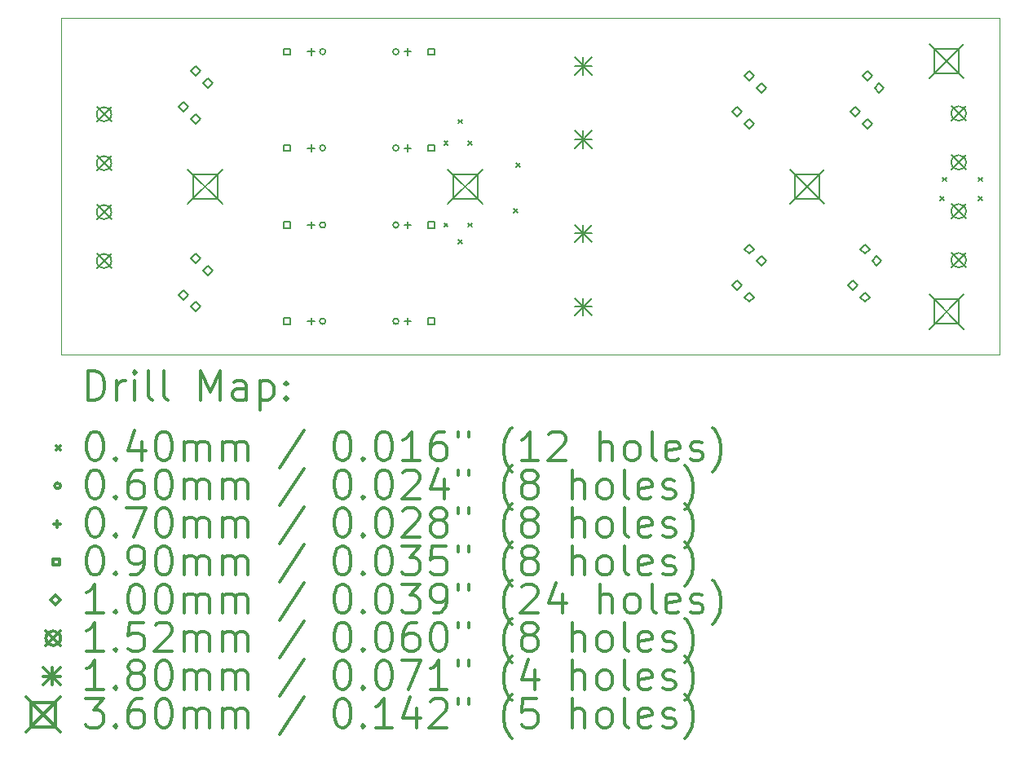
<source format=gbr>
%FSLAX45Y45*%
G04 Gerber Fmt 4.5, Leading zero omitted, Abs format (unit mm)*
G04 Created by KiCad (PCBNEW (5.1.4)-1) date 2021-09-06 00:09:25*
%MOMM*%
%LPD*%
G04 APERTURE LIST*
%ADD10C,0.050000*%
%ADD11C,0.200000*%
%ADD12C,0.300000*%
G04 APERTURE END LIST*
D10*
X19000000Y-11500000D02*
X9250000Y-11500000D01*
X19000000Y-15000000D02*
X19000000Y-11500000D01*
X9250000Y-15000000D02*
X19000000Y-15000000D01*
X9250000Y-11500000D02*
X9250000Y-15000000D01*
D11*
X13230000Y-12780000D02*
X13270000Y-12820000D01*
X13270000Y-12780000D02*
X13230000Y-12820000D01*
X13230000Y-13630000D02*
X13270000Y-13670000D01*
X13270000Y-13630000D02*
X13230000Y-13670000D01*
X13380000Y-12555000D02*
X13420000Y-12595000D01*
X13420000Y-12555000D02*
X13380000Y-12595000D01*
X13380000Y-13805000D02*
X13420000Y-13845000D01*
X13420000Y-13805000D02*
X13380000Y-13845000D01*
X13480000Y-12780000D02*
X13520000Y-12820000D01*
X13520000Y-12780000D02*
X13480000Y-12820000D01*
X13480000Y-13630000D02*
X13520000Y-13670000D01*
X13520000Y-13630000D02*
X13480000Y-13670000D01*
X13955000Y-13480000D02*
X13995000Y-13520000D01*
X13995000Y-13480000D02*
X13955000Y-13520000D01*
X13980000Y-13005000D02*
X14020000Y-13045000D01*
X14020000Y-13005000D02*
X13980000Y-13045000D01*
X18380000Y-13355000D02*
X18420000Y-13395000D01*
X18420000Y-13355000D02*
X18380000Y-13395000D01*
X18405000Y-13155000D02*
X18445000Y-13195000D01*
X18445000Y-13155000D02*
X18405000Y-13195000D01*
X18780000Y-13155000D02*
X18820000Y-13195000D01*
X18820000Y-13155000D02*
X18780000Y-13195000D01*
X18780000Y-13355000D02*
X18820000Y-13395000D01*
X18820000Y-13355000D02*
X18780000Y-13395000D01*
X12000000Y-11850000D02*
G75*
G03X12000000Y-11850000I-30000J0D01*
G01*
X12000000Y-12850000D02*
G75*
G03X12000000Y-12850000I-30000J0D01*
G01*
X12760000Y-11850000D02*
G75*
G03X12760000Y-11850000I-30000J0D01*
G01*
X12760000Y-12850000D02*
G75*
G03X12760000Y-12850000I-30000J0D01*
G01*
X12000000Y-13650000D02*
G75*
G03X12000000Y-13650000I-30000J0D01*
G01*
X12000000Y-14650000D02*
G75*
G03X12000000Y-14650000I-30000J0D01*
G01*
X12760000Y-13650000D02*
G75*
G03X12760000Y-13650000I-30000J0D01*
G01*
X12760000Y-14650000D02*
G75*
G03X12760000Y-14650000I-30000J0D01*
G01*
X11850000Y-11815000D02*
X11850000Y-11885000D01*
X11815000Y-11850000D02*
X11885000Y-11850000D01*
X11850000Y-12815000D02*
X11850000Y-12885000D01*
X11815000Y-12850000D02*
X11885000Y-12850000D01*
X12850000Y-11815000D02*
X12850000Y-11885000D01*
X12815000Y-11850000D02*
X12885000Y-11850000D01*
X12850000Y-12815000D02*
X12850000Y-12885000D01*
X12815000Y-12850000D02*
X12885000Y-12850000D01*
X11850000Y-13615000D02*
X11850000Y-13685000D01*
X11815000Y-13650000D02*
X11885000Y-13650000D01*
X11850000Y-14615000D02*
X11850000Y-14685000D01*
X11815000Y-14650000D02*
X11885000Y-14650000D01*
X12850000Y-13615000D02*
X12850000Y-13685000D01*
X12815000Y-13650000D02*
X12885000Y-13650000D01*
X12850000Y-14615000D02*
X12850000Y-14685000D01*
X12815000Y-14650000D02*
X12885000Y-14650000D01*
X11631820Y-11881820D02*
X11631820Y-11818180D01*
X11568180Y-11818180D01*
X11568180Y-11881820D01*
X11631820Y-11881820D01*
X11631820Y-12881820D02*
X11631820Y-12818180D01*
X11568180Y-12818180D01*
X11568180Y-12881820D01*
X11631820Y-12881820D01*
X13131820Y-11881820D02*
X13131820Y-11818180D01*
X13068180Y-11818180D01*
X13068180Y-11881820D01*
X13131820Y-11881820D01*
X13131820Y-12881820D02*
X13131820Y-12818180D01*
X13068180Y-12818180D01*
X13068180Y-12881820D01*
X13131820Y-12881820D01*
X11631820Y-13681820D02*
X11631820Y-13618180D01*
X11568180Y-13618180D01*
X11568180Y-13681820D01*
X11631820Y-13681820D01*
X11631820Y-14681820D02*
X11631820Y-14618180D01*
X11568180Y-14618180D01*
X11568180Y-14681820D01*
X11631820Y-14681820D01*
X13131820Y-13681820D02*
X13131820Y-13618180D01*
X13068180Y-13618180D01*
X13068180Y-13681820D01*
X13131820Y-13681820D01*
X13131820Y-14681820D02*
X13131820Y-14618180D01*
X13068180Y-14618180D01*
X13068180Y-14681820D01*
X13131820Y-14681820D01*
X17475000Y-14325000D02*
X17525000Y-14275000D01*
X17475000Y-14225000D01*
X17425000Y-14275000D01*
X17475000Y-14325000D01*
X17600000Y-13950000D02*
X17650000Y-13900000D01*
X17600000Y-13850000D01*
X17550000Y-13900000D01*
X17600000Y-13950000D01*
X17600000Y-14450000D02*
X17650000Y-14400000D01*
X17600000Y-14350000D01*
X17550000Y-14400000D01*
X17600000Y-14450000D01*
X17725000Y-14075000D02*
X17775000Y-14025000D01*
X17725000Y-13975000D01*
X17675000Y-14025000D01*
X17725000Y-14075000D01*
X10525000Y-12475000D02*
X10575000Y-12425000D01*
X10525000Y-12375000D01*
X10475000Y-12425000D01*
X10525000Y-12475000D01*
X10650000Y-12100000D02*
X10700000Y-12050000D01*
X10650000Y-12000000D01*
X10600000Y-12050000D01*
X10650000Y-12100000D01*
X10650000Y-12600000D02*
X10700000Y-12550000D01*
X10650000Y-12500000D01*
X10600000Y-12550000D01*
X10650000Y-12600000D01*
X10775000Y-12225000D02*
X10825000Y-12175000D01*
X10775000Y-12125000D01*
X10725000Y-12175000D01*
X10775000Y-12225000D01*
X16275000Y-12525000D02*
X16325000Y-12475000D01*
X16275000Y-12425000D01*
X16225000Y-12475000D01*
X16275000Y-12525000D01*
X16400000Y-12150000D02*
X16450000Y-12100000D01*
X16400000Y-12050000D01*
X16350000Y-12100000D01*
X16400000Y-12150000D01*
X16400000Y-12650000D02*
X16450000Y-12600000D01*
X16400000Y-12550000D01*
X16350000Y-12600000D01*
X16400000Y-12650000D01*
X16525000Y-12275000D02*
X16575000Y-12225000D01*
X16525000Y-12175000D01*
X16475000Y-12225000D01*
X16525000Y-12275000D01*
X10525000Y-14425000D02*
X10575000Y-14375000D01*
X10525000Y-14325000D01*
X10475000Y-14375000D01*
X10525000Y-14425000D01*
X10650000Y-14050000D02*
X10700000Y-14000000D01*
X10650000Y-13950000D01*
X10600000Y-14000000D01*
X10650000Y-14050000D01*
X10650000Y-14550000D02*
X10700000Y-14500000D01*
X10650000Y-14450000D01*
X10600000Y-14500000D01*
X10650000Y-14550000D01*
X10775000Y-14175000D02*
X10825000Y-14125000D01*
X10775000Y-14075000D01*
X10725000Y-14125000D01*
X10775000Y-14175000D01*
X16275000Y-14325000D02*
X16325000Y-14275000D01*
X16275000Y-14225000D01*
X16225000Y-14275000D01*
X16275000Y-14325000D01*
X16400000Y-13950000D02*
X16450000Y-13900000D01*
X16400000Y-13850000D01*
X16350000Y-13900000D01*
X16400000Y-13950000D01*
X16400000Y-14450000D02*
X16450000Y-14400000D01*
X16400000Y-14350000D01*
X16350000Y-14400000D01*
X16400000Y-14450000D01*
X16525000Y-14075000D02*
X16575000Y-14025000D01*
X16525000Y-13975000D01*
X16475000Y-14025000D01*
X16525000Y-14075000D01*
X17500000Y-12525000D02*
X17550000Y-12475000D01*
X17500000Y-12425000D01*
X17450000Y-12475000D01*
X17500000Y-12525000D01*
X17625000Y-12150000D02*
X17675000Y-12100000D01*
X17625000Y-12050000D01*
X17575000Y-12100000D01*
X17625000Y-12150000D01*
X17625000Y-12650000D02*
X17675000Y-12600000D01*
X17625000Y-12550000D01*
X17575000Y-12600000D01*
X17625000Y-12650000D01*
X17750000Y-12275000D02*
X17800000Y-12225000D01*
X17750000Y-12175000D01*
X17700000Y-12225000D01*
X17750000Y-12275000D01*
X18499000Y-12416000D02*
X18651000Y-12568000D01*
X18651000Y-12416000D02*
X18499000Y-12568000D01*
X18651000Y-12492000D02*
G75*
G03X18651000Y-12492000I-76000J0D01*
G01*
X18499000Y-12924000D02*
X18651000Y-13076000D01*
X18651000Y-12924000D02*
X18499000Y-13076000D01*
X18651000Y-13000000D02*
G75*
G03X18651000Y-13000000I-76000J0D01*
G01*
X18499000Y-13432000D02*
X18651000Y-13584000D01*
X18651000Y-13432000D02*
X18499000Y-13584000D01*
X18651000Y-13508000D02*
G75*
G03X18651000Y-13508000I-76000J0D01*
G01*
X18499000Y-13940000D02*
X18651000Y-14092000D01*
X18651000Y-13940000D02*
X18499000Y-14092000D01*
X18651000Y-14016000D02*
G75*
G03X18651000Y-14016000I-76000J0D01*
G01*
X9624000Y-12424000D02*
X9776000Y-12576000D01*
X9776000Y-12424000D02*
X9624000Y-12576000D01*
X9776000Y-12500000D02*
G75*
G03X9776000Y-12500000I-76000J0D01*
G01*
X9624000Y-12932000D02*
X9776000Y-13084000D01*
X9776000Y-12932000D02*
X9624000Y-13084000D01*
X9776000Y-13008000D02*
G75*
G03X9776000Y-13008000I-76000J0D01*
G01*
X9624000Y-13440000D02*
X9776000Y-13592000D01*
X9776000Y-13440000D02*
X9624000Y-13592000D01*
X9776000Y-13516000D02*
G75*
G03X9776000Y-13516000I-76000J0D01*
G01*
X9624000Y-13948000D02*
X9776000Y-14100000D01*
X9776000Y-13948000D02*
X9624000Y-14100000D01*
X9776000Y-14024000D02*
G75*
G03X9776000Y-14024000I-76000J0D01*
G01*
X14585000Y-11910000D02*
X14765000Y-12090000D01*
X14765000Y-11910000D02*
X14585000Y-12090000D01*
X14675000Y-11910000D02*
X14675000Y-12090000D01*
X14585000Y-12000000D02*
X14765000Y-12000000D01*
X14585000Y-12672000D02*
X14765000Y-12852000D01*
X14765000Y-12672000D02*
X14585000Y-12852000D01*
X14675000Y-12672000D02*
X14675000Y-12852000D01*
X14585000Y-12762000D02*
X14765000Y-12762000D01*
X14585000Y-13648000D02*
X14765000Y-13828000D01*
X14765000Y-13648000D02*
X14585000Y-13828000D01*
X14675000Y-13648000D02*
X14675000Y-13828000D01*
X14585000Y-13738000D02*
X14765000Y-13738000D01*
X14585000Y-14410000D02*
X14765000Y-14590000D01*
X14765000Y-14410000D02*
X14585000Y-14590000D01*
X14675000Y-14410000D02*
X14675000Y-14590000D01*
X14585000Y-14500000D02*
X14765000Y-14500000D01*
X10570000Y-13070000D02*
X10930000Y-13430000D01*
X10930000Y-13070000D02*
X10570000Y-13430000D01*
X10877280Y-13377280D02*
X10877280Y-13122720D01*
X10622720Y-13122720D01*
X10622720Y-13377280D01*
X10877280Y-13377280D01*
X13270000Y-13070000D02*
X13630000Y-13430000D01*
X13630000Y-13070000D02*
X13270000Y-13430000D01*
X13577280Y-13377280D02*
X13577280Y-13122720D01*
X13322720Y-13122720D01*
X13322720Y-13377280D01*
X13577280Y-13377280D01*
X16820000Y-13070000D02*
X17180000Y-13430000D01*
X17180000Y-13070000D02*
X16820000Y-13430000D01*
X17127280Y-13377280D02*
X17127280Y-13122720D01*
X16872720Y-13122720D01*
X16872720Y-13377280D01*
X17127280Y-13377280D01*
X18270000Y-11770000D02*
X18630000Y-12130000D01*
X18630000Y-11770000D02*
X18270000Y-12130000D01*
X18577280Y-12077280D02*
X18577280Y-11822720D01*
X18322720Y-11822720D01*
X18322720Y-12077280D01*
X18577280Y-12077280D01*
X18270000Y-14370000D02*
X18630000Y-14730000D01*
X18630000Y-14370000D02*
X18270000Y-14730000D01*
X18577280Y-14677280D02*
X18577280Y-14422720D01*
X18322720Y-14422720D01*
X18322720Y-14677280D01*
X18577280Y-14677280D01*
D12*
X9533928Y-15468214D02*
X9533928Y-15168214D01*
X9605357Y-15168214D01*
X9648214Y-15182500D01*
X9676786Y-15211071D01*
X9691071Y-15239643D01*
X9705357Y-15296786D01*
X9705357Y-15339643D01*
X9691071Y-15396786D01*
X9676786Y-15425357D01*
X9648214Y-15453929D01*
X9605357Y-15468214D01*
X9533928Y-15468214D01*
X9833928Y-15468214D02*
X9833928Y-15268214D01*
X9833928Y-15325357D02*
X9848214Y-15296786D01*
X9862500Y-15282500D01*
X9891071Y-15268214D01*
X9919643Y-15268214D01*
X10019643Y-15468214D02*
X10019643Y-15268214D01*
X10019643Y-15168214D02*
X10005357Y-15182500D01*
X10019643Y-15196786D01*
X10033928Y-15182500D01*
X10019643Y-15168214D01*
X10019643Y-15196786D01*
X10205357Y-15468214D02*
X10176786Y-15453929D01*
X10162500Y-15425357D01*
X10162500Y-15168214D01*
X10362500Y-15468214D02*
X10333928Y-15453929D01*
X10319643Y-15425357D01*
X10319643Y-15168214D01*
X10705357Y-15468214D02*
X10705357Y-15168214D01*
X10805357Y-15382500D01*
X10905357Y-15168214D01*
X10905357Y-15468214D01*
X11176786Y-15468214D02*
X11176786Y-15311071D01*
X11162500Y-15282500D01*
X11133928Y-15268214D01*
X11076786Y-15268214D01*
X11048214Y-15282500D01*
X11176786Y-15453929D02*
X11148214Y-15468214D01*
X11076786Y-15468214D01*
X11048214Y-15453929D01*
X11033928Y-15425357D01*
X11033928Y-15396786D01*
X11048214Y-15368214D01*
X11076786Y-15353929D01*
X11148214Y-15353929D01*
X11176786Y-15339643D01*
X11319643Y-15268214D02*
X11319643Y-15568214D01*
X11319643Y-15282500D02*
X11348214Y-15268214D01*
X11405357Y-15268214D01*
X11433928Y-15282500D01*
X11448214Y-15296786D01*
X11462500Y-15325357D01*
X11462500Y-15411071D01*
X11448214Y-15439643D01*
X11433928Y-15453929D01*
X11405357Y-15468214D01*
X11348214Y-15468214D01*
X11319643Y-15453929D01*
X11591071Y-15439643D02*
X11605357Y-15453929D01*
X11591071Y-15468214D01*
X11576786Y-15453929D01*
X11591071Y-15439643D01*
X11591071Y-15468214D01*
X11591071Y-15282500D02*
X11605357Y-15296786D01*
X11591071Y-15311071D01*
X11576786Y-15296786D01*
X11591071Y-15282500D01*
X11591071Y-15311071D01*
X9207500Y-15942500D02*
X9247500Y-15982500D01*
X9247500Y-15942500D02*
X9207500Y-15982500D01*
X9591071Y-15798214D02*
X9619643Y-15798214D01*
X9648214Y-15812500D01*
X9662500Y-15826786D01*
X9676786Y-15855357D01*
X9691071Y-15912500D01*
X9691071Y-15983929D01*
X9676786Y-16041071D01*
X9662500Y-16069643D01*
X9648214Y-16083929D01*
X9619643Y-16098214D01*
X9591071Y-16098214D01*
X9562500Y-16083929D01*
X9548214Y-16069643D01*
X9533928Y-16041071D01*
X9519643Y-15983929D01*
X9519643Y-15912500D01*
X9533928Y-15855357D01*
X9548214Y-15826786D01*
X9562500Y-15812500D01*
X9591071Y-15798214D01*
X9819643Y-16069643D02*
X9833928Y-16083929D01*
X9819643Y-16098214D01*
X9805357Y-16083929D01*
X9819643Y-16069643D01*
X9819643Y-16098214D01*
X10091071Y-15898214D02*
X10091071Y-16098214D01*
X10019643Y-15783929D02*
X9948214Y-15998214D01*
X10133928Y-15998214D01*
X10305357Y-15798214D02*
X10333928Y-15798214D01*
X10362500Y-15812500D01*
X10376786Y-15826786D01*
X10391071Y-15855357D01*
X10405357Y-15912500D01*
X10405357Y-15983929D01*
X10391071Y-16041071D01*
X10376786Y-16069643D01*
X10362500Y-16083929D01*
X10333928Y-16098214D01*
X10305357Y-16098214D01*
X10276786Y-16083929D01*
X10262500Y-16069643D01*
X10248214Y-16041071D01*
X10233928Y-15983929D01*
X10233928Y-15912500D01*
X10248214Y-15855357D01*
X10262500Y-15826786D01*
X10276786Y-15812500D01*
X10305357Y-15798214D01*
X10533928Y-16098214D02*
X10533928Y-15898214D01*
X10533928Y-15926786D02*
X10548214Y-15912500D01*
X10576786Y-15898214D01*
X10619643Y-15898214D01*
X10648214Y-15912500D01*
X10662500Y-15941071D01*
X10662500Y-16098214D01*
X10662500Y-15941071D02*
X10676786Y-15912500D01*
X10705357Y-15898214D01*
X10748214Y-15898214D01*
X10776786Y-15912500D01*
X10791071Y-15941071D01*
X10791071Y-16098214D01*
X10933928Y-16098214D02*
X10933928Y-15898214D01*
X10933928Y-15926786D02*
X10948214Y-15912500D01*
X10976786Y-15898214D01*
X11019643Y-15898214D01*
X11048214Y-15912500D01*
X11062500Y-15941071D01*
X11062500Y-16098214D01*
X11062500Y-15941071D02*
X11076786Y-15912500D01*
X11105357Y-15898214D01*
X11148214Y-15898214D01*
X11176786Y-15912500D01*
X11191071Y-15941071D01*
X11191071Y-16098214D01*
X11776786Y-15783929D02*
X11519643Y-16169643D01*
X12162500Y-15798214D02*
X12191071Y-15798214D01*
X12219643Y-15812500D01*
X12233928Y-15826786D01*
X12248214Y-15855357D01*
X12262500Y-15912500D01*
X12262500Y-15983929D01*
X12248214Y-16041071D01*
X12233928Y-16069643D01*
X12219643Y-16083929D01*
X12191071Y-16098214D01*
X12162500Y-16098214D01*
X12133928Y-16083929D01*
X12119643Y-16069643D01*
X12105357Y-16041071D01*
X12091071Y-15983929D01*
X12091071Y-15912500D01*
X12105357Y-15855357D01*
X12119643Y-15826786D01*
X12133928Y-15812500D01*
X12162500Y-15798214D01*
X12391071Y-16069643D02*
X12405357Y-16083929D01*
X12391071Y-16098214D01*
X12376786Y-16083929D01*
X12391071Y-16069643D01*
X12391071Y-16098214D01*
X12591071Y-15798214D02*
X12619643Y-15798214D01*
X12648214Y-15812500D01*
X12662500Y-15826786D01*
X12676786Y-15855357D01*
X12691071Y-15912500D01*
X12691071Y-15983929D01*
X12676786Y-16041071D01*
X12662500Y-16069643D01*
X12648214Y-16083929D01*
X12619643Y-16098214D01*
X12591071Y-16098214D01*
X12562500Y-16083929D01*
X12548214Y-16069643D01*
X12533928Y-16041071D01*
X12519643Y-15983929D01*
X12519643Y-15912500D01*
X12533928Y-15855357D01*
X12548214Y-15826786D01*
X12562500Y-15812500D01*
X12591071Y-15798214D01*
X12976786Y-16098214D02*
X12805357Y-16098214D01*
X12891071Y-16098214D02*
X12891071Y-15798214D01*
X12862500Y-15841071D01*
X12833928Y-15869643D01*
X12805357Y-15883929D01*
X13233928Y-15798214D02*
X13176786Y-15798214D01*
X13148214Y-15812500D01*
X13133928Y-15826786D01*
X13105357Y-15869643D01*
X13091071Y-15926786D01*
X13091071Y-16041071D01*
X13105357Y-16069643D01*
X13119643Y-16083929D01*
X13148214Y-16098214D01*
X13205357Y-16098214D01*
X13233928Y-16083929D01*
X13248214Y-16069643D01*
X13262500Y-16041071D01*
X13262500Y-15969643D01*
X13248214Y-15941071D01*
X13233928Y-15926786D01*
X13205357Y-15912500D01*
X13148214Y-15912500D01*
X13119643Y-15926786D01*
X13105357Y-15941071D01*
X13091071Y-15969643D01*
X13376786Y-15798214D02*
X13376786Y-15855357D01*
X13491071Y-15798214D02*
X13491071Y-15855357D01*
X13933928Y-16212500D02*
X13919643Y-16198214D01*
X13891071Y-16155357D01*
X13876786Y-16126786D01*
X13862500Y-16083929D01*
X13848214Y-16012500D01*
X13848214Y-15955357D01*
X13862500Y-15883929D01*
X13876786Y-15841071D01*
X13891071Y-15812500D01*
X13919643Y-15769643D01*
X13933928Y-15755357D01*
X14205357Y-16098214D02*
X14033928Y-16098214D01*
X14119643Y-16098214D02*
X14119643Y-15798214D01*
X14091071Y-15841071D01*
X14062500Y-15869643D01*
X14033928Y-15883929D01*
X14319643Y-15826786D02*
X14333928Y-15812500D01*
X14362500Y-15798214D01*
X14433928Y-15798214D01*
X14462500Y-15812500D01*
X14476786Y-15826786D01*
X14491071Y-15855357D01*
X14491071Y-15883929D01*
X14476786Y-15926786D01*
X14305357Y-16098214D01*
X14491071Y-16098214D01*
X14848214Y-16098214D02*
X14848214Y-15798214D01*
X14976786Y-16098214D02*
X14976786Y-15941071D01*
X14962500Y-15912500D01*
X14933928Y-15898214D01*
X14891071Y-15898214D01*
X14862500Y-15912500D01*
X14848214Y-15926786D01*
X15162500Y-16098214D02*
X15133928Y-16083929D01*
X15119643Y-16069643D01*
X15105357Y-16041071D01*
X15105357Y-15955357D01*
X15119643Y-15926786D01*
X15133928Y-15912500D01*
X15162500Y-15898214D01*
X15205357Y-15898214D01*
X15233928Y-15912500D01*
X15248214Y-15926786D01*
X15262500Y-15955357D01*
X15262500Y-16041071D01*
X15248214Y-16069643D01*
X15233928Y-16083929D01*
X15205357Y-16098214D01*
X15162500Y-16098214D01*
X15433928Y-16098214D02*
X15405357Y-16083929D01*
X15391071Y-16055357D01*
X15391071Y-15798214D01*
X15662500Y-16083929D02*
X15633928Y-16098214D01*
X15576786Y-16098214D01*
X15548214Y-16083929D01*
X15533928Y-16055357D01*
X15533928Y-15941071D01*
X15548214Y-15912500D01*
X15576786Y-15898214D01*
X15633928Y-15898214D01*
X15662500Y-15912500D01*
X15676786Y-15941071D01*
X15676786Y-15969643D01*
X15533928Y-15998214D01*
X15791071Y-16083929D02*
X15819643Y-16098214D01*
X15876786Y-16098214D01*
X15905357Y-16083929D01*
X15919643Y-16055357D01*
X15919643Y-16041071D01*
X15905357Y-16012500D01*
X15876786Y-15998214D01*
X15833928Y-15998214D01*
X15805357Y-15983929D01*
X15791071Y-15955357D01*
X15791071Y-15941071D01*
X15805357Y-15912500D01*
X15833928Y-15898214D01*
X15876786Y-15898214D01*
X15905357Y-15912500D01*
X16019643Y-16212500D02*
X16033928Y-16198214D01*
X16062500Y-16155357D01*
X16076786Y-16126786D01*
X16091071Y-16083929D01*
X16105357Y-16012500D01*
X16105357Y-15955357D01*
X16091071Y-15883929D01*
X16076786Y-15841071D01*
X16062500Y-15812500D01*
X16033928Y-15769643D01*
X16019643Y-15755357D01*
X9247500Y-16358500D02*
G75*
G03X9247500Y-16358500I-30000J0D01*
G01*
X9591071Y-16194214D02*
X9619643Y-16194214D01*
X9648214Y-16208500D01*
X9662500Y-16222786D01*
X9676786Y-16251357D01*
X9691071Y-16308500D01*
X9691071Y-16379929D01*
X9676786Y-16437071D01*
X9662500Y-16465643D01*
X9648214Y-16479929D01*
X9619643Y-16494214D01*
X9591071Y-16494214D01*
X9562500Y-16479929D01*
X9548214Y-16465643D01*
X9533928Y-16437071D01*
X9519643Y-16379929D01*
X9519643Y-16308500D01*
X9533928Y-16251357D01*
X9548214Y-16222786D01*
X9562500Y-16208500D01*
X9591071Y-16194214D01*
X9819643Y-16465643D02*
X9833928Y-16479929D01*
X9819643Y-16494214D01*
X9805357Y-16479929D01*
X9819643Y-16465643D01*
X9819643Y-16494214D01*
X10091071Y-16194214D02*
X10033928Y-16194214D01*
X10005357Y-16208500D01*
X9991071Y-16222786D01*
X9962500Y-16265643D01*
X9948214Y-16322786D01*
X9948214Y-16437071D01*
X9962500Y-16465643D01*
X9976786Y-16479929D01*
X10005357Y-16494214D01*
X10062500Y-16494214D01*
X10091071Y-16479929D01*
X10105357Y-16465643D01*
X10119643Y-16437071D01*
X10119643Y-16365643D01*
X10105357Y-16337071D01*
X10091071Y-16322786D01*
X10062500Y-16308500D01*
X10005357Y-16308500D01*
X9976786Y-16322786D01*
X9962500Y-16337071D01*
X9948214Y-16365643D01*
X10305357Y-16194214D02*
X10333928Y-16194214D01*
X10362500Y-16208500D01*
X10376786Y-16222786D01*
X10391071Y-16251357D01*
X10405357Y-16308500D01*
X10405357Y-16379929D01*
X10391071Y-16437071D01*
X10376786Y-16465643D01*
X10362500Y-16479929D01*
X10333928Y-16494214D01*
X10305357Y-16494214D01*
X10276786Y-16479929D01*
X10262500Y-16465643D01*
X10248214Y-16437071D01*
X10233928Y-16379929D01*
X10233928Y-16308500D01*
X10248214Y-16251357D01*
X10262500Y-16222786D01*
X10276786Y-16208500D01*
X10305357Y-16194214D01*
X10533928Y-16494214D02*
X10533928Y-16294214D01*
X10533928Y-16322786D02*
X10548214Y-16308500D01*
X10576786Y-16294214D01*
X10619643Y-16294214D01*
X10648214Y-16308500D01*
X10662500Y-16337071D01*
X10662500Y-16494214D01*
X10662500Y-16337071D02*
X10676786Y-16308500D01*
X10705357Y-16294214D01*
X10748214Y-16294214D01*
X10776786Y-16308500D01*
X10791071Y-16337071D01*
X10791071Y-16494214D01*
X10933928Y-16494214D02*
X10933928Y-16294214D01*
X10933928Y-16322786D02*
X10948214Y-16308500D01*
X10976786Y-16294214D01*
X11019643Y-16294214D01*
X11048214Y-16308500D01*
X11062500Y-16337071D01*
X11062500Y-16494214D01*
X11062500Y-16337071D02*
X11076786Y-16308500D01*
X11105357Y-16294214D01*
X11148214Y-16294214D01*
X11176786Y-16308500D01*
X11191071Y-16337071D01*
X11191071Y-16494214D01*
X11776786Y-16179929D02*
X11519643Y-16565643D01*
X12162500Y-16194214D02*
X12191071Y-16194214D01*
X12219643Y-16208500D01*
X12233928Y-16222786D01*
X12248214Y-16251357D01*
X12262500Y-16308500D01*
X12262500Y-16379929D01*
X12248214Y-16437071D01*
X12233928Y-16465643D01*
X12219643Y-16479929D01*
X12191071Y-16494214D01*
X12162500Y-16494214D01*
X12133928Y-16479929D01*
X12119643Y-16465643D01*
X12105357Y-16437071D01*
X12091071Y-16379929D01*
X12091071Y-16308500D01*
X12105357Y-16251357D01*
X12119643Y-16222786D01*
X12133928Y-16208500D01*
X12162500Y-16194214D01*
X12391071Y-16465643D02*
X12405357Y-16479929D01*
X12391071Y-16494214D01*
X12376786Y-16479929D01*
X12391071Y-16465643D01*
X12391071Y-16494214D01*
X12591071Y-16194214D02*
X12619643Y-16194214D01*
X12648214Y-16208500D01*
X12662500Y-16222786D01*
X12676786Y-16251357D01*
X12691071Y-16308500D01*
X12691071Y-16379929D01*
X12676786Y-16437071D01*
X12662500Y-16465643D01*
X12648214Y-16479929D01*
X12619643Y-16494214D01*
X12591071Y-16494214D01*
X12562500Y-16479929D01*
X12548214Y-16465643D01*
X12533928Y-16437071D01*
X12519643Y-16379929D01*
X12519643Y-16308500D01*
X12533928Y-16251357D01*
X12548214Y-16222786D01*
X12562500Y-16208500D01*
X12591071Y-16194214D01*
X12805357Y-16222786D02*
X12819643Y-16208500D01*
X12848214Y-16194214D01*
X12919643Y-16194214D01*
X12948214Y-16208500D01*
X12962500Y-16222786D01*
X12976786Y-16251357D01*
X12976786Y-16279929D01*
X12962500Y-16322786D01*
X12791071Y-16494214D01*
X12976786Y-16494214D01*
X13233928Y-16294214D02*
X13233928Y-16494214D01*
X13162500Y-16179929D02*
X13091071Y-16394214D01*
X13276786Y-16394214D01*
X13376786Y-16194214D02*
X13376786Y-16251357D01*
X13491071Y-16194214D02*
X13491071Y-16251357D01*
X13933928Y-16608500D02*
X13919643Y-16594214D01*
X13891071Y-16551357D01*
X13876786Y-16522786D01*
X13862500Y-16479929D01*
X13848214Y-16408500D01*
X13848214Y-16351357D01*
X13862500Y-16279929D01*
X13876786Y-16237071D01*
X13891071Y-16208500D01*
X13919643Y-16165643D01*
X13933928Y-16151357D01*
X14091071Y-16322786D02*
X14062500Y-16308500D01*
X14048214Y-16294214D01*
X14033928Y-16265643D01*
X14033928Y-16251357D01*
X14048214Y-16222786D01*
X14062500Y-16208500D01*
X14091071Y-16194214D01*
X14148214Y-16194214D01*
X14176786Y-16208500D01*
X14191071Y-16222786D01*
X14205357Y-16251357D01*
X14205357Y-16265643D01*
X14191071Y-16294214D01*
X14176786Y-16308500D01*
X14148214Y-16322786D01*
X14091071Y-16322786D01*
X14062500Y-16337071D01*
X14048214Y-16351357D01*
X14033928Y-16379929D01*
X14033928Y-16437071D01*
X14048214Y-16465643D01*
X14062500Y-16479929D01*
X14091071Y-16494214D01*
X14148214Y-16494214D01*
X14176786Y-16479929D01*
X14191071Y-16465643D01*
X14205357Y-16437071D01*
X14205357Y-16379929D01*
X14191071Y-16351357D01*
X14176786Y-16337071D01*
X14148214Y-16322786D01*
X14562500Y-16494214D02*
X14562500Y-16194214D01*
X14691071Y-16494214D02*
X14691071Y-16337071D01*
X14676786Y-16308500D01*
X14648214Y-16294214D01*
X14605357Y-16294214D01*
X14576786Y-16308500D01*
X14562500Y-16322786D01*
X14876786Y-16494214D02*
X14848214Y-16479929D01*
X14833928Y-16465643D01*
X14819643Y-16437071D01*
X14819643Y-16351357D01*
X14833928Y-16322786D01*
X14848214Y-16308500D01*
X14876786Y-16294214D01*
X14919643Y-16294214D01*
X14948214Y-16308500D01*
X14962500Y-16322786D01*
X14976786Y-16351357D01*
X14976786Y-16437071D01*
X14962500Y-16465643D01*
X14948214Y-16479929D01*
X14919643Y-16494214D01*
X14876786Y-16494214D01*
X15148214Y-16494214D02*
X15119643Y-16479929D01*
X15105357Y-16451357D01*
X15105357Y-16194214D01*
X15376786Y-16479929D02*
X15348214Y-16494214D01*
X15291071Y-16494214D01*
X15262500Y-16479929D01*
X15248214Y-16451357D01*
X15248214Y-16337071D01*
X15262500Y-16308500D01*
X15291071Y-16294214D01*
X15348214Y-16294214D01*
X15376786Y-16308500D01*
X15391071Y-16337071D01*
X15391071Y-16365643D01*
X15248214Y-16394214D01*
X15505357Y-16479929D02*
X15533928Y-16494214D01*
X15591071Y-16494214D01*
X15619643Y-16479929D01*
X15633928Y-16451357D01*
X15633928Y-16437071D01*
X15619643Y-16408500D01*
X15591071Y-16394214D01*
X15548214Y-16394214D01*
X15519643Y-16379929D01*
X15505357Y-16351357D01*
X15505357Y-16337071D01*
X15519643Y-16308500D01*
X15548214Y-16294214D01*
X15591071Y-16294214D01*
X15619643Y-16308500D01*
X15733928Y-16608500D02*
X15748214Y-16594214D01*
X15776786Y-16551357D01*
X15791071Y-16522786D01*
X15805357Y-16479929D01*
X15819643Y-16408500D01*
X15819643Y-16351357D01*
X15805357Y-16279929D01*
X15791071Y-16237071D01*
X15776786Y-16208500D01*
X15748214Y-16165643D01*
X15733928Y-16151357D01*
X9212500Y-16719500D02*
X9212500Y-16789500D01*
X9177500Y-16754500D02*
X9247500Y-16754500D01*
X9591071Y-16590214D02*
X9619643Y-16590214D01*
X9648214Y-16604500D01*
X9662500Y-16618786D01*
X9676786Y-16647357D01*
X9691071Y-16704500D01*
X9691071Y-16775929D01*
X9676786Y-16833072D01*
X9662500Y-16861643D01*
X9648214Y-16875929D01*
X9619643Y-16890214D01*
X9591071Y-16890214D01*
X9562500Y-16875929D01*
X9548214Y-16861643D01*
X9533928Y-16833072D01*
X9519643Y-16775929D01*
X9519643Y-16704500D01*
X9533928Y-16647357D01*
X9548214Y-16618786D01*
X9562500Y-16604500D01*
X9591071Y-16590214D01*
X9819643Y-16861643D02*
X9833928Y-16875929D01*
X9819643Y-16890214D01*
X9805357Y-16875929D01*
X9819643Y-16861643D01*
X9819643Y-16890214D01*
X9933928Y-16590214D02*
X10133928Y-16590214D01*
X10005357Y-16890214D01*
X10305357Y-16590214D02*
X10333928Y-16590214D01*
X10362500Y-16604500D01*
X10376786Y-16618786D01*
X10391071Y-16647357D01*
X10405357Y-16704500D01*
X10405357Y-16775929D01*
X10391071Y-16833072D01*
X10376786Y-16861643D01*
X10362500Y-16875929D01*
X10333928Y-16890214D01*
X10305357Y-16890214D01*
X10276786Y-16875929D01*
X10262500Y-16861643D01*
X10248214Y-16833072D01*
X10233928Y-16775929D01*
X10233928Y-16704500D01*
X10248214Y-16647357D01*
X10262500Y-16618786D01*
X10276786Y-16604500D01*
X10305357Y-16590214D01*
X10533928Y-16890214D02*
X10533928Y-16690214D01*
X10533928Y-16718786D02*
X10548214Y-16704500D01*
X10576786Y-16690214D01*
X10619643Y-16690214D01*
X10648214Y-16704500D01*
X10662500Y-16733071D01*
X10662500Y-16890214D01*
X10662500Y-16733071D02*
X10676786Y-16704500D01*
X10705357Y-16690214D01*
X10748214Y-16690214D01*
X10776786Y-16704500D01*
X10791071Y-16733071D01*
X10791071Y-16890214D01*
X10933928Y-16890214D02*
X10933928Y-16690214D01*
X10933928Y-16718786D02*
X10948214Y-16704500D01*
X10976786Y-16690214D01*
X11019643Y-16690214D01*
X11048214Y-16704500D01*
X11062500Y-16733071D01*
X11062500Y-16890214D01*
X11062500Y-16733071D02*
X11076786Y-16704500D01*
X11105357Y-16690214D01*
X11148214Y-16690214D01*
X11176786Y-16704500D01*
X11191071Y-16733071D01*
X11191071Y-16890214D01*
X11776786Y-16575929D02*
X11519643Y-16961643D01*
X12162500Y-16590214D02*
X12191071Y-16590214D01*
X12219643Y-16604500D01*
X12233928Y-16618786D01*
X12248214Y-16647357D01*
X12262500Y-16704500D01*
X12262500Y-16775929D01*
X12248214Y-16833072D01*
X12233928Y-16861643D01*
X12219643Y-16875929D01*
X12191071Y-16890214D01*
X12162500Y-16890214D01*
X12133928Y-16875929D01*
X12119643Y-16861643D01*
X12105357Y-16833072D01*
X12091071Y-16775929D01*
X12091071Y-16704500D01*
X12105357Y-16647357D01*
X12119643Y-16618786D01*
X12133928Y-16604500D01*
X12162500Y-16590214D01*
X12391071Y-16861643D02*
X12405357Y-16875929D01*
X12391071Y-16890214D01*
X12376786Y-16875929D01*
X12391071Y-16861643D01*
X12391071Y-16890214D01*
X12591071Y-16590214D02*
X12619643Y-16590214D01*
X12648214Y-16604500D01*
X12662500Y-16618786D01*
X12676786Y-16647357D01*
X12691071Y-16704500D01*
X12691071Y-16775929D01*
X12676786Y-16833072D01*
X12662500Y-16861643D01*
X12648214Y-16875929D01*
X12619643Y-16890214D01*
X12591071Y-16890214D01*
X12562500Y-16875929D01*
X12548214Y-16861643D01*
X12533928Y-16833072D01*
X12519643Y-16775929D01*
X12519643Y-16704500D01*
X12533928Y-16647357D01*
X12548214Y-16618786D01*
X12562500Y-16604500D01*
X12591071Y-16590214D01*
X12805357Y-16618786D02*
X12819643Y-16604500D01*
X12848214Y-16590214D01*
X12919643Y-16590214D01*
X12948214Y-16604500D01*
X12962500Y-16618786D01*
X12976786Y-16647357D01*
X12976786Y-16675929D01*
X12962500Y-16718786D01*
X12791071Y-16890214D01*
X12976786Y-16890214D01*
X13148214Y-16718786D02*
X13119643Y-16704500D01*
X13105357Y-16690214D01*
X13091071Y-16661643D01*
X13091071Y-16647357D01*
X13105357Y-16618786D01*
X13119643Y-16604500D01*
X13148214Y-16590214D01*
X13205357Y-16590214D01*
X13233928Y-16604500D01*
X13248214Y-16618786D01*
X13262500Y-16647357D01*
X13262500Y-16661643D01*
X13248214Y-16690214D01*
X13233928Y-16704500D01*
X13205357Y-16718786D01*
X13148214Y-16718786D01*
X13119643Y-16733071D01*
X13105357Y-16747357D01*
X13091071Y-16775929D01*
X13091071Y-16833072D01*
X13105357Y-16861643D01*
X13119643Y-16875929D01*
X13148214Y-16890214D01*
X13205357Y-16890214D01*
X13233928Y-16875929D01*
X13248214Y-16861643D01*
X13262500Y-16833072D01*
X13262500Y-16775929D01*
X13248214Y-16747357D01*
X13233928Y-16733071D01*
X13205357Y-16718786D01*
X13376786Y-16590214D02*
X13376786Y-16647357D01*
X13491071Y-16590214D02*
X13491071Y-16647357D01*
X13933928Y-17004500D02*
X13919643Y-16990214D01*
X13891071Y-16947357D01*
X13876786Y-16918786D01*
X13862500Y-16875929D01*
X13848214Y-16804500D01*
X13848214Y-16747357D01*
X13862500Y-16675929D01*
X13876786Y-16633071D01*
X13891071Y-16604500D01*
X13919643Y-16561643D01*
X13933928Y-16547357D01*
X14091071Y-16718786D02*
X14062500Y-16704500D01*
X14048214Y-16690214D01*
X14033928Y-16661643D01*
X14033928Y-16647357D01*
X14048214Y-16618786D01*
X14062500Y-16604500D01*
X14091071Y-16590214D01*
X14148214Y-16590214D01*
X14176786Y-16604500D01*
X14191071Y-16618786D01*
X14205357Y-16647357D01*
X14205357Y-16661643D01*
X14191071Y-16690214D01*
X14176786Y-16704500D01*
X14148214Y-16718786D01*
X14091071Y-16718786D01*
X14062500Y-16733071D01*
X14048214Y-16747357D01*
X14033928Y-16775929D01*
X14033928Y-16833072D01*
X14048214Y-16861643D01*
X14062500Y-16875929D01*
X14091071Y-16890214D01*
X14148214Y-16890214D01*
X14176786Y-16875929D01*
X14191071Y-16861643D01*
X14205357Y-16833072D01*
X14205357Y-16775929D01*
X14191071Y-16747357D01*
X14176786Y-16733071D01*
X14148214Y-16718786D01*
X14562500Y-16890214D02*
X14562500Y-16590214D01*
X14691071Y-16890214D02*
X14691071Y-16733071D01*
X14676786Y-16704500D01*
X14648214Y-16690214D01*
X14605357Y-16690214D01*
X14576786Y-16704500D01*
X14562500Y-16718786D01*
X14876786Y-16890214D02*
X14848214Y-16875929D01*
X14833928Y-16861643D01*
X14819643Y-16833072D01*
X14819643Y-16747357D01*
X14833928Y-16718786D01*
X14848214Y-16704500D01*
X14876786Y-16690214D01*
X14919643Y-16690214D01*
X14948214Y-16704500D01*
X14962500Y-16718786D01*
X14976786Y-16747357D01*
X14976786Y-16833072D01*
X14962500Y-16861643D01*
X14948214Y-16875929D01*
X14919643Y-16890214D01*
X14876786Y-16890214D01*
X15148214Y-16890214D02*
X15119643Y-16875929D01*
X15105357Y-16847357D01*
X15105357Y-16590214D01*
X15376786Y-16875929D02*
X15348214Y-16890214D01*
X15291071Y-16890214D01*
X15262500Y-16875929D01*
X15248214Y-16847357D01*
X15248214Y-16733071D01*
X15262500Y-16704500D01*
X15291071Y-16690214D01*
X15348214Y-16690214D01*
X15376786Y-16704500D01*
X15391071Y-16733071D01*
X15391071Y-16761643D01*
X15248214Y-16790214D01*
X15505357Y-16875929D02*
X15533928Y-16890214D01*
X15591071Y-16890214D01*
X15619643Y-16875929D01*
X15633928Y-16847357D01*
X15633928Y-16833072D01*
X15619643Y-16804500D01*
X15591071Y-16790214D01*
X15548214Y-16790214D01*
X15519643Y-16775929D01*
X15505357Y-16747357D01*
X15505357Y-16733071D01*
X15519643Y-16704500D01*
X15548214Y-16690214D01*
X15591071Y-16690214D01*
X15619643Y-16704500D01*
X15733928Y-17004500D02*
X15748214Y-16990214D01*
X15776786Y-16947357D01*
X15791071Y-16918786D01*
X15805357Y-16875929D01*
X15819643Y-16804500D01*
X15819643Y-16747357D01*
X15805357Y-16675929D01*
X15791071Y-16633071D01*
X15776786Y-16604500D01*
X15748214Y-16561643D01*
X15733928Y-16547357D01*
X9234320Y-17182320D02*
X9234320Y-17118680D01*
X9170680Y-17118680D01*
X9170680Y-17182320D01*
X9234320Y-17182320D01*
X9591071Y-16986214D02*
X9619643Y-16986214D01*
X9648214Y-17000500D01*
X9662500Y-17014786D01*
X9676786Y-17043357D01*
X9691071Y-17100500D01*
X9691071Y-17171929D01*
X9676786Y-17229072D01*
X9662500Y-17257643D01*
X9648214Y-17271929D01*
X9619643Y-17286214D01*
X9591071Y-17286214D01*
X9562500Y-17271929D01*
X9548214Y-17257643D01*
X9533928Y-17229072D01*
X9519643Y-17171929D01*
X9519643Y-17100500D01*
X9533928Y-17043357D01*
X9548214Y-17014786D01*
X9562500Y-17000500D01*
X9591071Y-16986214D01*
X9819643Y-17257643D02*
X9833928Y-17271929D01*
X9819643Y-17286214D01*
X9805357Y-17271929D01*
X9819643Y-17257643D01*
X9819643Y-17286214D01*
X9976786Y-17286214D02*
X10033928Y-17286214D01*
X10062500Y-17271929D01*
X10076786Y-17257643D01*
X10105357Y-17214786D01*
X10119643Y-17157643D01*
X10119643Y-17043357D01*
X10105357Y-17014786D01*
X10091071Y-17000500D01*
X10062500Y-16986214D01*
X10005357Y-16986214D01*
X9976786Y-17000500D01*
X9962500Y-17014786D01*
X9948214Y-17043357D01*
X9948214Y-17114786D01*
X9962500Y-17143357D01*
X9976786Y-17157643D01*
X10005357Y-17171929D01*
X10062500Y-17171929D01*
X10091071Y-17157643D01*
X10105357Y-17143357D01*
X10119643Y-17114786D01*
X10305357Y-16986214D02*
X10333928Y-16986214D01*
X10362500Y-17000500D01*
X10376786Y-17014786D01*
X10391071Y-17043357D01*
X10405357Y-17100500D01*
X10405357Y-17171929D01*
X10391071Y-17229072D01*
X10376786Y-17257643D01*
X10362500Y-17271929D01*
X10333928Y-17286214D01*
X10305357Y-17286214D01*
X10276786Y-17271929D01*
X10262500Y-17257643D01*
X10248214Y-17229072D01*
X10233928Y-17171929D01*
X10233928Y-17100500D01*
X10248214Y-17043357D01*
X10262500Y-17014786D01*
X10276786Y-17000500D01*
X10305357Y-16986214D01*
X10533928Y-17286214D02*
X10533928Y-17086214D01*
X10533928Y-17114786D02*
X10548214Y-17100500D01*
X10576786Y-17086214D01*
X10619643Y-17086214D01*
X10648214Y-17100500D01*
X10662500Y-17129072D01*
X10662500Y-17286214D01*
X10662500Y-17129072D02*
X10676786Y-17100500D01*
X10705357Y-17086214D01*
X10748214Y-17086214D01*
X10776786Y-17100500D01*
X10791071Y-17129072D01*
X10791071Y-17286214D01*
X10933928Y-17286214D02*
X10933928Y-17086214D01*
X10933928Y-17114786D02*
X10948214Y-17100500D01*
X10976786Y-17086214D01*
X11019643Y-17086214D01*
X11048214Y-17100500D01*
X11062500Y-17129072D01*
X11062500Y-17286214D01*
X11062500Y-17129072D02*
X11076786Y-17100500D01*
X11105357Y-17086214D01*
X11148214Y-17086214D01*
X11176786Y-17100500D01*
X11191071Y-17129072D01*
X11191071Y-17286214D01*
X11776786Y-16971929D02*
X11519643Y-17357643D01*
X12162500Y-16986214D02*
X12191071Y-16986214D01*
X12219643Y-17000500D01*
X12233928Y-17014786D01*
X12248214Y-17043357D01*
X12262500Y-17100500D01*
X12262500Y-17171929D01*
X12248214Y-17229072D01*
X12233928Y-17257643D01*
X12219643Y-17271929D01*
X12191071Y-17286214D01*
X12162500Y-17286214D01*
X12133928Y-17271929D01*
X12119643Y-17257643D01*
X12105357Y-17229072D01*
X12091071Y-17171929D01*
X12091071Y-17100500D01*
X12105357Y-17043357D01*
X12119643Y-17014786D01*
X12133928Y-17000500D01*
X12162500Y-16986214D01*
X12391071Y-17257643D02*
X12405357Y-17271929D01*
X12391071Y-17286214D01*
X12376786Y-17271929D01*
X12391071Y-17257643D01*
X12391071Y-17286214D01*
X12591071Y-16986214D02*
X12619643Y-16986214D01*
X12648214Y-17000500D01*
X12662500Y-17014786D01*
X12676786Y-17043357D01*
X12691071Y-17100500D01*
X12691071Y-17171929D01*
X12676786Y-17229072D01*
X12662500Y-17257643D01*
X12648214Y-17271929D01*
X12619643Y-17286214D01*
X12591071Y-17286214D01*
X12562500Y-17271929D01*
X12548214Y-17257643D01*
X12533928Y-17229072D01*
X12519643Y-17171929D01*
X12519643Y-17100500D01*
X12533928Y-17043357D01*
X12548214Y-17014786D01*
X12562500Y-17000500D01*
X12591071Y-16986214D01*
X12791071Y-16986214D02*
X12976786Y-16986214D01*
X12876786Y-17100500D01*
X12919643Y-17100500D01*
X12948214Y-17114786D01*
X12962500Y-17129072D01*
X12976786Y-17157643D01*
X12976786Y-17229072D01*
X12962500Y-17257643D01*
X12948214Y-17271929D01*
X12919643Y-17286214D01*
X12833928Y-17286214D01*
X12805357Y-17271929D01*
X12791071Y-17257643D01*
X13248214Y-16986214D02*
X13105357Y-16986214D01*
X13091071Y-17129072D01*
X13105357Y-17114786D01*
X13133928Y-17100500D01*
X13205357Y-17100500D01*
X13233928Y-17114786D01*
X13248214Y-17129072D01*
X13262500Y-17157643D01*
X13262500Y-17229072D01*
X13248214Y-17257643D01*
X13233928Y-17271929D01*
X13205357Y-17286214D01*
X13133928Y-17286214D01*
X13105357Y-17271929D01*
X13091071Y-17257643D01*
X13376786Y-16986214D02*
X13376786Y-17043357D01*
X13491071Y-16986214D02*
X13491071Y-17043357D01*
X13933928Y-17400500D02*
X13919643Y-17386214D01*
X13891071Y-17343357D01*
X13876786Y-17314786D01*
X13862500Y-17271929D01*
X13848214Y-17200500D01*
X13848214Y-17143357D01*
X13862500Y-17071929D01*
X13876786Y-17029072D01*
X13891071Y-17000500D01*
X13919643Y-16957643D01*
X13933928Y-16943357D01*
X14091071Y-17114786D02*
X14062500Y-17100500D01*
X14048214Y-17086214D01*
X14033928Y-17057643D01*
X14033928Y-17043357D01*
X14048214Y-17014786D01*
X14062500Y-17000500D01*
X14091071Y-16986214D01*
X14148214Y-16986214D01*
X14176786Y-17000500D01*
X14191071Y-17014786D01*
X14205357Y-17043357D01*
X14205357Y-17057643D01*
X14191071Y-17086214D01*
X14176786Y-17100500D01*
X14148214Y-17114786D01*
X14091071Y-17114786D01*
X14062500Y-17129072D01*
X14048214Y-17143357D01*
X14033928Y-17171929D01*
X14033928Y-17229072D01*
X14048214Y-17257643D01*
X14062500Y-17271929D01*
X14091071Y-17286214D01*
X14148214Y-17286214D01*
X14176786Y-17271929D01*
X14191071Y-17257643D01*
X14205357Y-17229072D01*
X14205357Y-17171929D01*
X14191071Y-17143357D01*
X14176786Y-17129072D01*
X14148214Y-17114786D01*
X14562500Y-17286214D02*
X14562500Y-16986214D01*
X14691071Y-17286214D02*
X14691071Y-17129072D01*
X14676786Y-17100500D01*
X14648214Y-17086214D01*
X14605357Y-17086214D01*
X14576786Y-17100500D01*
X14562500Y-17114786D01*
X14876786Y-17286214D02*
X14848214Y-17271929D01*
X14833928Y-17257643D01*
X14819643Y-17229072D01*
X14819643Y-17143357D01*
X14833928Y-17114786D01*
X14848214Y-17100500D01*
X14876786Y-17086214D01*
X14919643Y-17086214D01*
X14948214Y-17100500D01*
X14962500Y-17114786D01*
X14976786Y-17143357D01*
X14976786Y-17229072D01*
X14962500Y-17257643D01*
X14948214Y-17271929D01*
X14919643Y-17286214D01*
X14876786Y-17286214D01*
X15148214Y-17286214D02*
X15119643Y-17271929D01*
X15105357Y-17243357D01*
X15105357Y-16986214D01*
X15376786Y-17271929D02*
X15348214Y-17286214D01*
X15291071Y-17286214D01*
X15262500Y-17271929D01*
X15248214Y-17243357D01*
X15248214Y-17129072D01*
X15262500Y-17100500D01*
X15291071Y-17086214D01*
X15348214Y-17086214D01*
X15376786Y-17100500D01*
X15391071Y-17129072D01*
X15391071Y-17157643D01*
X15248214Y-17186214D01*
X15505357Y-17271929D02*
X15533928Y-17286214D01*
X15591071Y-17286214D01*
X15619643Y-17271929D01*
X15633928Y-17243357D01*
X15633928Y-17229072D01*
X15619643Y-17200500D01*
X15591071Y-17186214D01*
X15548214Y-17186214D01*
X15519643Y-17171929D01*
X15505357Y-17143357D01*
X15505357Y-17129072D01*
X15519643Y-17100500D01*
X15548214Y-17086214D01*
X15591071Y-17086214D01*
X15619643Y-17100500D01*
X15733928Y-17400500D02*
X15748214Y-17386214D01*
X15776786Y-17343357D01*
X15791071Y-17314786D01*
X15805357Y-17271929D01*
X15819643Y-17200500D01*
X15819643Y-17143357D01*
X15805357Y-17071929D01*
X15791071Y-17029072D01*
X15776786Y-17000500D01*
X15748214Y-16957643D01*
X15733928Y-16943357D01*
X9197500Y-17596500D02*
X9247500Y-17546500D01*
X9197500Y-17496500D01*
X9147500Y-17546500D01*
X9197500Y-17596500D01*
X9691071Y-17682214D02*
X9519643Y-17682214D01*
X9605357Y-17682214D02*
X9605357Y-17382214D01*
X9576786Y-17425072D01*
X9548214Y-17453643D01*
X9519643Y-17467929D01*
X9819643Y-17653643D02*
X9833928Y-17667929D01*
X9819643Y-17682214D01*
X9805357Y-17667929D01*
X9819643Y-17653643D01*
X9819643Y-17682214D01*
X10019643Y-17382214D02*
X10048214Y-17382214D01*
X10076786Y-17396500D01*
X10091071Y-17410786D01*
X10105357Y-17439357D01*
X10119643Y-17496500D01*
X10119643Y-17567929D01*
X10105357Y-17625072D01*
X10091071Y-17653643D01*
X10076786Y-17667929D01*
X10048214Y-17682214D01*
X10019643Y-17682214D01*
X9991071Y-17667929D01*
X9976786Y-17653643D01*
X9962500Y-17625072D01*
X9948214Y-17567929D01*
X9948214Y-17496500D01*
X9962500Y-17439357D01*
X9976786Y-17410786D01*
X9991071Y-17396500D01*
X10019643Y-17382214D01*
X10305357Y-17382214D02*
X10333928Y-17382214D01*
X10362500Y-17396500D01*
X10376786Y-17410786D01*
X10391071Y-17439357D01*
X10405357Y-17496500D01*
X10405357Y-17567929D01*
X10391071Y-17625072D01*
X10376786Y-17653643D01*
X10362500Y-17667929D01*
X10333928Y-17682214D01*
X10305357Y-17682214D01*
X10276786Y-17667929D01*
X10262500Y-17653643D01*
X10248214Y-17625072D01*
X10233928Y-17567929D01*
X10233928Y-17496500D01*
X10248214Y-17439357D01*
X10262500Y-17410786D01*
X10276786Y-17396500D01*
X10305357Y-17382214D01*
X10533928Y-17682214D02*
X10533928Y-17482214D01*
X10533928Y-17510786D02*
X10548214Y-17496500D01*
X10576786Y-17482214D01*
X10619643Y-17482214D01*
X10648214Y-17496500D01*
X10662500Y-17525072D01*
X10662500Y-17682214D01*
X10662500Y-17525072D02*
X10676786Y-17496500D01*
X10705357Y-17482214D01*
X10748214Y-17482214D01*
X10776786Y-17496500D01*
X10791071Y-17525072D01*
X10791071Y-17682214D01*
X10933928Y-17682214D02*
X10933928Y-17482214D01*
X10933928Y-17510786D02*
X10948214Y-17496500D01*
X10976786Y-17482214D01*
X11019643Y-17482214D01*
X11048214Y-17496500D01*
X11062500Y-17525072D01*
X11062500Y-17682214D01*
X11062500Y-17525072D02*
X11076786Y-17496500D01*
X11105357Y-17482214D01*
X11148214Y-17482214D01*
X11176786Y-17496500D01*
X11191071Y-17525072D01*
X11191071Y-17682214D01*
X11776786Y-17367929D02*
X11519643Y-17753643D01*
X12162500Y-17382214D02*
X12191071Y-17382214D01*
X12219643Y-17396500D01*
X12233928Y-17410786D01*
X12248214Y-17439357D01*
X12262500Y-17496500D01*
X12262500Y-17567929D01*
X12248214Y-17625072D01*
X12233928Y-17653643D01*
X12219643Y-17667929D01*
X12191071Y-17682214D01*
X12162500Y-17682214D01*
X12133928Y-17667929D01*
X12119643Y-17653643D01*
X12105357Y-17625072D01*
X12091071Y-17567929D01*
X12091071Y-17496500D01*
X12105357Y-17439357D01*
X12119643Y-17410786D01*
X12133928Y-17396500D01*
X12162500Y-17382214D01*
X12391071Y-17653643D02*
X12405357Y-17667929D01*
X12391071Y-17682214D01*
X12376786Y-17667929D01*
X12391071Y-17653643D01*
X12391071Y-17682214D01*
X12591071Y-17382214D02*
X12619643Y-17382214D01*
X12648214Y-17396500D01*
X12662500Y-17410786D01*
X12676786Y-17439357D01*
X12691071Y-17496500D01*
X12691071Y-17567929D01*
X12676786Y-17625072D01*
X12662500Y-17653643D01*
X12648214Y-17667929D01*
X12619643Y-17682214D01*
X12591071Y-17682214D01*
X12562500Y-17667929D01*
X12548214Y-17653643D01*
X12533928Y-17625072D01*
X12519643Y-17567929D01*
X12519643Y-17496500D01*
X12533928Y-17439357D01*
X12548214Y-17410786D01*
X12562500Y-17396500D01*
X12591071Y-17382214D01*
X12791071Y-17382214D02*
X12976786Y-17382214D01*
X12876786Y-17496500D01*
X12919643Y-17496500D01*
X12948214Y-17510786D01*
X12962500Y-17525072D01*
X12976786Y-17553643D01*
X12976786Y-17625072D01*
X12962500Y-17653643D01*
X12948214Y-17667929D01*
X12919643Y-17682214D01*
X12833928Y-17682214D01*
X12805357Y-17667929D01*
X12791071Y-17653643D01*
X13119643Y-17682214D02*
X13176786Y-17682214D01*
X13205357Y-17667929D01*
X13219643Y-17653643D01*
X13248214Y-17610786D01*
X13262500Y-17553643D01*
X13262500Y-17439357D01*
X13248214Y-17410786D01*
X13233928Y-17396500D01*
X13205357Y-17382214D01*
X13148214Y-17382214D01*
X13119643Y-17396500D01*
X13105357Y-17410786D01*
X13091071Y-17439357D01*
X13091071Y-17510786D01*
X13105357Y-17539357D01*
X13119643Y-17553643D01*
X13148214Y-17567929D01*
X13205357Y-17567929D01*
X13233928Y-17553643D01*
X13248214Y-17539357D01*
X13262500Y-17510786D01*
X13376786Y-17382214D02*
X13376786Y-17439357D01*
X13491071Y-17382214D02*
X13491071Y-17439357D01*
X13933928Y-17796500D02*
X13919643Y-17782214D01*
X13891071Y-17739357D01*
X13876786Y-17710786D01*
X13862500Y-17667929D01*
X13848214Y-17596500D01*
X13848214Y-17539357D01*
X13862500Y-17467929D01*
X13876786Y-17425072D01*
X13891071Y-17396500D01*
X13919643Y-17353643D01*
X13933928Y-17339357D01*
X14033928Y-17410786D02*
X14048214Y-17396500D01*
X14076786Y-17382214D01*
X14148214Y-17382214D01*
X14176786Y-17396500D01*
X14191071Y-17410786D01*
X14205357Y-17439357D01*
X14205357Y-17467929D01*
X14191071Y-17510786D01*
X14019643Y-17682214D01*
X14205357Y-17682214D01*
X14462500Y-17482214D02*
X14462500Y-17682214D01*
X14391071Y-17367929D02*
X14319643Y-17582214D01*
X14505357Y-17582214D01*
X14848214Y-17682214D02*
X14848214Y-17382214D01*
X14976786Y-17682214D02*
X14976786Y-17525072D01*
X14962500Y-17496500D01*
X14933928Y-17482214D01*
X14891071Y-17482214D01*
X14862500Y-17496500D01*
X14848214Y-17510786D01*
X15162500Y-17682214D02*
X15133928Y-17667929D01*
X15119643Y-17653643D01*
X15105357Y-17625072D01*
X15105357Y-17539357D01*
X15119643Y-17510786D01*
X15133928Y-17496500D01*
X15162500Y-17482214D01*
X15205357Y-17482214D01*
X15233928Y-17496500D01*
X15248214Y-17510786D01*
X15262500Y-17539357D01*
X15262500Y-17625072D01*
X15248214Y-17653643D01*
X15233928Y-17667929D01*
X15205357Y-17682214D01*
X15162500Y-17682214D01*
X15433928Y-17682214D02*
X15405357Y-17667929D01*
X15391071Y-17639357D01*
X15391071Y-17382214D01*
X15662500Y-17667929D02*
X15633928Y-17682214D01*
X15576786Y-17682214D01*
X15548214Y-17667929D01*
X15533928Y-17639357D01*
X15533928Y-17525072D01*
X15548214Y-17496500D01*
X15576786Y-17482214D01*
X15633928Y-17482214D01*
X15662500Y-17496500D01*
X15676786Y-17525072D01*
X15676786Y-17553643D01*
X15533928Y-17582214D01*
X15791071Y-17667929D02*
X15819643Y-17682214D01*
X15876786Y-17682214D01*
X15905357Y-17667929D01*
X15919643Y-17639357D01*
X15919643Y-17625072D01*
X15905357Y-17596500D01*
X15876786Y-17582214D01*
X15833928Y-17582214D01*
X15805357Y-17567929D01*
X15791071Y-17539357D01*
X15791071Y-17525072D01*
X15805357Y-17496500D01*
X15833928Y-17482214D01*
X15876786Y-17482214D01*
X15905357Y-17496500D01*
X16019643Y-17796500D02*
X16033928Y-17782214D01*
X16062500Y-17739357D01*
X16076786Y-17710786D01*
X16091071Y-17667929D01*
X16105357Y-17596500D01*
X16105357Y-17539357D01*
X16091071Y-17467929D01*
X16076786Y-17425072D01*
X16062500Y-17396500D01*
X16033928Y-17353643D01*
X16019643Y-17339357D01*
X9095500Y-17866500D02*
X9247500Y-18018500D01*
X9247500Y-17866500D02*
X9095500Y-18018500D01*
X9247500Y-17942500D02*
G75*
G03X9247500Y-17942500I-76000J0D01*
G01*
X9691071Y-18078214D02*
X9519643Y-18078214D01*
X9605357Y-18078214D02*
X9605357Y-17778214D01*
X9576786Y-17821072D01*
X9548214Y-17849643D01*
X9519643Y-17863929D01*
X9819643Y-18049643D02*
X9833928Y-18063929D01*
X9819643Y-18078214D01*
X9805357Y-18063929D01*
X9819643Y-18049643D01*
X9819643Y-18078214D01*
X10105357Y-17778214D02*
X9962500Y-17778214D01*
X9948214Y-17921072D01*
X9962500Y-17906786D01*
X9991071Y-17892500D01*
X10062500Y-17892500D01*
X10091071Y-17906786D01*
X10105357Y-17921072D01*
X10119643Y-17949643D01*
X10119643Y-18021072D01*
X10105357Y-18049643D01*
X10091071Y-18063929D01*
X10062500Y-18078214D01*
X9991071Y-18078214D01*
X9962500Y-18063929D01*
X9948214Y-18049643D01*
X10233928Y-17806786D02*
X10248214Y-17792500D01*
X10276786Y-17778214D01*
X10348214Y-17778214D01*
X10376786Y-17792500D01*
X10391071Y-17806786D01*
X10405357Y-17835357D01*
X10405357Y-17863929D01*
X10391071Y-17906786D01*
X10219643Y-18078214D01*
X10405357Y-18078214D01*
X10533928Y-18078214D02*
X10533928Y-17878214D01*
X10533928Y-17906786D02*
X10548214Y-17892500D01*
X10576786Y-17878214D01*
X10619643Y-17878214D01*
X10648214Y-17892500D01*
X10662500Y-17921072D01*
X10662500Y-18078214D01*
X10662500Y-17921072D02*
X10676786Y-17892500D01*
X10705357Y-17878214D01*
X10748214Y-17878214D01*
X10776786Y-17892500D01*
X10791071Y-17921072D01*
X10791071Y-18078214D01*
X10933928Y-18078214D02*
X10933928Y-17878214D01*
X10933928Y-17906786D02*
X10948214Y-17892500D01*
X10976786Y-17878214D01*
X11019643Y-17878214D01*
X11048214Y-17892500D01*
X11062500Y-17921072D01*
X11062500Y-18078214D01*
X11062500Y-17921072D02*
X11076786Y-17892500D01*
X11105357Y-17878214D01*
X11148214Y-17878214D01*
X11176786Y-17892500D01*
X11191071Y-17921072D01*
X11191071Y-18078214D01*
X11776786Y-17763929D02*
X11519643Y-18149643D01*
X12162500Y-17778214D02*
X12191071Y-17778214D01*
X12219643Y-17792500D01*
X12233928Y-17806786D01*
X12248214Y-17835357D01*
X12262500Y-17892500D01*
X12262500Y-17963929D01*
X12248214Y-18021072D01*
X12233928Y-18049643D01*
X12219643Y-18063929D01*
X12191071Y-18078214D01*
X12162500Y-18078214D01*
X12133928Y-18063929D01*
X12119643Y-18049643D01*
X12105357Y-18021072D01*
X12091071Y-17963929D01*
X12091071Y-17892500D01*
X12105357Y-17835357D01*
X12119643Y-17806786D01*
X12133928Y-17792500D01*
X12162500Y-17778214D01*
X12391071Y-18049643D02*
X12405357Y-18063929D01*
X12391071Y-18078214D01*
X12376786Y-18063929D01*
X12391071Y-18049643D01*
X12391071Y-18078214D01*
X12591071Y-17778214D02*
X12619643Y-17778214D01*
X12648214Y-17792500D01*
X12662500Y-17806786D01*
X12676786Y-17835357D01*
X12691071Y-17892500D01*
X12691071Y-17963929D01*
X12676786Y-18021072D01*
X12662500Y-18049643D01*
X12648214Y-18063929D01*
X12619643Y-18078214D01*
X12591071Y-18078214D01*
X12562500Y-18063929D01*
X12548214Y-18049643D01*
X12533928Y-18021072D01*
X12519643Y-17963929D01*
X12519643Y-17892500D01*
X12533928Y-17835357D01*
X12548214Y-17806786D01*
X12562500Y-17792500D01*
X12591071Y-17778214D01*
X12948214Y-17778214D02*
X12891071Y-17778214D01*
X12862500Y-17792500D01*
X12848214Y-17806786D01*
X12819643Y-17849643D01*
X12805357Y-17906786D01*
X12805357Y-18021072D01*
X12819643Y-18049643D01*
X12833928Y-18063929D01*
X12862500Y-18078214D01*
X12919643Y-18078214D01*
X12948214Y-18063929D01*
X12962500Y-18049643D01*
X12976786Y-18021072D01*
X12976786Y-17949643D01*
X12962500Y-17921072D01*
X12948214Y-17906786D01*
X12919643Y-17892500D01*
X12862500Y-17892500D01*
X12833928Y-17906786D01*
X12819643Y-17921072D01*
X12805357Y-17949643D01*
X13162500Y-17778214D02*
X13191071Y-17778214D01*
X13219643Y-17792500D01*
X13233928Y-17806786D01*
X13248214Y-17835357D01*
X13262500Y-17892500D01*
X13262500Y-17963929D01*
X13248214Y-18021072D01*
X13233928Y-18049643D01*
X13219643Y-18063929D01*
X13191071Y-18078214D01*
X13162500Y-18078214D01*
X13133928Y-18063929D01*
X13119643Y-18049643D01*
X13105357Y-18021072D01*
X13091071Y-17963929D01*
X13091071Y-17892500D01*
X13105357Y-17835357D01*
X13119643Y-17806786D01*
X13133928Y-17792500D01*
X13162500Y-17778214D01*
X13376786Y-17778214D02*
X13376786Y-17835357D01*
X13491071Y-17778214D02*
X13491071Y-17835357D01*
X13933928Y-18192500D02*
X13919643Y-18178214D01*
X13891071Y-18135357D01*
X13876786Y-18106786D01*
X13862500Y-18063929D01*
X13848214Y-17992500D01*
X13848214Y-17935357D01*
X13862500Y-17863929D01*
X13876786Y-17821072D01*
X13891071Y-17792500D01*
X13919643Y-17749643D01*
X13933928Y-17735357D01*
X14091071Y-17906786D02*
X14062500Y-17892500D01*
X14048214Y-17878214D01*
X14033928Y-17849643D01*
X14033928Y-17835357D01*
X14048214Y-17806786D01*
X14062500Y-17792500D01*
X14091071Y-17778214D01*
X14148214Y-17778214D01*
X14176786Y-17792500D01*
X14191071Y-17806786D01*
X14205357Y-17835357D01*
X14205357Y-17849643D01*
X14191071Y-17878214D01*
X14176786Y-17892500D01*
X14148214Y-17906786D01*
X14091071Y-17906786D01*
X14062500Y-17921072D01*
X14048214Y-17935357D01*
X14033928Y-17963929D01*
X14033928Y-18021072D01*
X14048214Y-18049643D01*
X14062500Y-18063929D01*
X14091071Y-18078214D01*
X14148214Y-18078214D01*
X14176786Y-18063929D01*
X14191071Y-18049643D01*
X14205357Y-18021072D01*
X14205357Y-17963929D01*
X14191071Y-17935357D01*
X14176786Y-17921072D01*
X14148214Y-17906786D01*
X14562500Y-18078214D02*
X14562500Y-17778214D01*
X14691071Y-18078214D02*
X14691071Y-17921072D01*
X14676786Y-17892500D01*
X14648214Y-17878214D01*
X14605357Y-17878214D01*
X14576786Y-17892500D01*
X14562500Y-17906786D01*
X14876786Y-18078214D02*
X14848214Y-18063929D01*
X14833928Y-18049643D01*
X14819643Y-18021072D01*
X14819643Y-17935357D01*
X14833928Y-17906786D01*
X14848214Y-17892500D01*
X14876786Y-17878214D01*
X14919643Y-17878214D01*
X14948214Y-17892500D01*
X14962500Y-17906786D01*
X14976786Y-17935357D01*
X14976786Y-18021072D01*
X14962500Y-18049643D01*
X14948214Y-18063929D01*
X14919643Y-18078214D01*
X14876786Y-18078214D01*
X15148214Y-18078214D02*
X15119643Y-18063929D01*
X15105357Y-18035357D01*
X15105357Y-17778214D01*
X15376786Y-18063929D02*
X15348214Y-18078214D01*
X15291071Y-18078214D01*
X15262500Y-18063929D01*
X15248214Y-18035357D01*
X15248214Y-17921072D01*
X15262500Y-17892500D01*
X15291071Y-17878214D01*
X15348214Y-17878214D01*
X15376786Y-17892500D01*
X15391071Y-17921072D01*
X15391071Y-17949643D01*
X15248214Y-17978214D01*
X15505357Y-18063929D02*
X15533928Y-18078214D01*
X15591071Y-18078214D01*
X15619643Y-18063929D01*
X15633928Y-18035357D01*
X15633928Y-18021072D01*
X15619643Y-17992500D01*
X15591071Y-17978214D01*
X15548214Y-17978214D01*
X15519643Y-17963929D01*
X15505357Y-17935357D01*
X15505357Y-17921072D01*
X15519643Y-17892500D01*
X15548214Y-17878214D01*
X15591071Y-17878214D01*
X15619643Y-17892500D01*
X15733928Y-18192500D02*
X15748214Y-18178214D01*
X15776786Y-18135357D01*
X15791071Y-18106786D01*
X15805357Y-18063929D01*
X15819643Y-17992500D01*
X15819643Y-17935357D01*
X15805357Y-17863929D01*
X15791071Y-17821072D01*
X15776786Y-17792500D01*
X15748214Y-17749643D01*
X15733928Y-17735357D01*
X9067500Y-18248500D02*
X9247500Y-18428500D01*
X9247500Y-18248500D02*
X9067500Y-18428500D01*
X9157500Y-18248500D02*
X9157500Y-18428500D01*
X9067500Y-18338500D02*
X9247500Y-18338500D01*
X9691071Y-18474214D02*
X9519643Y-18474214D01*
X9605357Y-18474214D02*
X9605357Y-18174214D01*
X9576786Y-18217072D01*
X9548214Y-18245643D01*
X9519643Y-18259929D01*
X9819643Y-18445643D02*
X9833928Y-18459929D01*
X9819643Y-18474214D01*
X9805357Y-18459929D01*
X9819643Y-18445643D01*
X9819643Y-18474214D01*
X10005357Y-18302786D02*
X9976786Y-18288500D01*
X9962500Y-18274214D01*
X9948214Y-18245643D01*
X9948214Y-18231357D01*
X9962500Y-18202786D01*
X9976786Y-18188500D01*
X10005357Y-18174214D01*
X10062500Y-18174214D01*
X10091071Y-18188500D01*
X10105357Y-18202786D01*
X10119643Y-18231357D01*
X10119643Y-18245643D01*
X10105357Y-18274214D01*
X10091071Y-18288500D01*
X10062500Y-18302786D01*
X10005357Y-18302786D01*
X9976786Y-18317072D01*
X9962500Y-18331357D01*
X9948214Y-18359929D01*
X9948214Y-18417072D01*
X9962500Y-18445643D01*
X9976786Y-18459929D01*
X10005357Y-18474214D01*
X10062500Y-18474214D01*
X10091071Y-18459929D01*
X10105357Y-18445643D01*
X10119643Y-18417072D01*
X10119643Y-18359929D01*
X10105357Y-18331357D01*
X10091071Y-18317072D01*
X10062500Y-18302786D01*
X10305357Y-18174214D02*
X10333928Y-18174214D01*
X10362500Y-18188500D01*
X10376786Y-18202786D01*
X10391071Y-18231357D01*
X10405357Y-18288500D01*
X10405357Y-18359929D01*
X10391071Y-18417072D01*
X10376786Y-18445643D01*
X10362500Y-18459929D01*
X10333928Y-18474214D01*
X10305357Y-18474214D01*
X10276786Y-18459929D01*
X10262500Y-18445643D01*
X10248214Y-18417072D01*
X10233928Y-18359929D01*
X10233928Y-18288500D01*
X10248214Y-18231357D01*
X10262500Y-18202786D01*
X10276786Y-18188500D01*
X10305357Y-18174214D01*
X10533928Y-18474214D02*
X10533928Y-18274214D01*
X10533928Y-18302786D02*
X10548214Y-18288500D01*
X10576786Y-18274214D01*
X10619643Y-18274214D01*
X10648214Y-18288500D01*
X10662500Y-18317072D01*
X10662500Y-18474214D01*
X10662500Y-18317072D02*
X10676786Y-18288500D01*
X10705357Y-18274214D01*
X10748214Y-18274214D01*
X10776786Y-18288500D01*
X10791071Y-18317072D01*
X10791071Y-18474214D01*
X10933928Y-18474214D02*
X10933928Y-18274214D01*
X10933928Y-18302786D02*
X10948214Y-18288500D01*
X10976786Y-18274214D01*
X11019643Y-18274214D01*
X11048214Y-18288500D01*
X11062500Y-18317072D01*
X11062500Y-18474214D01*
X11062500Y-18317072D02*
X11076786Y-18288500D01*
X11105357Y-18274214D01*
X11148214Y-18274214D01*
X11176786Y-18288500D01*
X11191071Y-18317072D01*
X11191071Y-18474214D01*
X11776786Y-18159929D02*
X11519643Y-18545643D01*
X12162500Y-18174214D02*
X12191071Y-18174214D01*
X12219643Y-18188500D01*
X12233928Y-18202786D01*
X12248214Y-18231357D01*
X12262500Y-18288500D01*
X12262500Y-18359929D01*
X12248214Y-18417072D01*
X12233928Y-18445643D01*
X12219643Y-18459929D01*
X12191071Y-18474214D01*
X12162500Y-18474214D01*
X12133928Y-18459929D01*
X12119643Y-18445643D01*
X12105357Y-18417072D01*
X12091071Y-18359929D01*
X12091071Y-18288500D01*
X12105357Y-18231357D01*
X12119643Y-18202786D01*
X12133928Y-18188500D01*
X12162500Y-18174214D01*
X12391071Y-18445643D02*
X12405357Y-18459929D01*
X12391071Y-18474214D01*
X12376786Y-18459929D01*
X12391071Y-18445643D01*
X12391071Y-18474214D01*
X12591071Y-18174214D02*
X12619643Y-18174214D01*
X12648214Y-18188500D01*
X12662500Y-18202786D01*
X12676786Y-18231357D01*
X12691071Y-18288500D01*
X12691071Y-18359929D01*
X12676786Y-18417072D01*
X12662500Y-18445643D01*
X12648214Y-18459929D01*
X12619643Y-18474214D01*
X12591071Y-18474214D01*
X12562500Y-18459929D01*
X12548214Y-18445643D01*
X12533928Y-18417072D01*
X12519643Y-18359929D01*
X12519643Y-18288500D01*
X12533928Y-18231357D01*
X12548214Y-18202786D01*
X12562500Y-18188500D01*
X12591071Y-18174214D01*
X12791071Y-18174214D02*
X12991071Y-18174214D01*
X12862500Y-18474214D01*
X13262500Y-18474214D02*
X13091071Y-18474214D01*
X13176786Y-18474214D02*
X13176786Y-18174214D01*
X13148214Y-18217072D01*
X13119643Y-18245643D01*
X13091071Y-18259929D01*
X13376786Y-18174214D02*
X13376786Y-18231357D01*
X13491071Y-18174214D02*
X13491071Y-18231357D01*
X13933928Y-18588500D02*
X13919643Y-18574214D01*
X13891071Y-18531357D01*
X13876786Y-18502786D01*
X13862500Y-18459929D01*
X13848214Y-18388500D01*
X13848214Y-18331357D01*
X13862500Y-18259929D01*
X13876786Y-18217072D01*
X13891071Y-18188500D01*
X13919643Y-18145643D01*
X13933928Y-18131357D01*
X14176786Y-18274214D02*
X14176786Y-18474214D01*
X14105357Y-18159929D02*
X14033928Y-18374214D01*
X14219643Y-18374214D01*
X14562500Y-18474214D02*
X14562500Y-18174214D01*
X14691071Y-18474214D02*
X14691071Y-18317072D01*
X14676786Y-18288500D01*
X14648214Y-18274214D01*
X14605357Y-18274214D01*
X14576786Y-18288500D01*
X14562500Y-18302786D01*
X14876786Y-18474214D02*
X14848214Y-18459929D01*
X14833928Y-18445643D01*
X14819643Y-18417072D01*
X14819643Y-18331357D01*
X14833928Y-18302786D01*
X14848214Y-18288500D01*
X14876786Y-18274214D01*
X14919643Y-18274214D01*
X14948214Y-18288500D01*
X14962500Y-18302786D01*
X14976786Y-18331357D01*
X14976786Y-18417072D01*
X14962500Y-18445643D01*
X14948214Y-18459929D01*
X14919643Y-18474214D01*
X14876786Y-18474214D01*
X15148214Y-18474214D02*
X15119643Y-18459929D01*
X15105357Y-18431357D01*
X15105357Y-18174214D01*
X15376786Y-18459929D02*
X15348214Y-18474214D01*
X15291071Y-18474214D01*
X15262500Y-18459929D01*
X15248214Y-18431357D01*
X15248214Y-18317072D01*
X15262500Y-18288500D01*
X15291071Y-18274214D01*
X15348214Y-18274214D01*
X15376786Y-18288500D01*
X15391071Y-18317072D01*
X15391071Y-18345643D01*
X15248214Y-18374214D01*
X15505357Y-18459929D02*
X15533928Y-18474214D01*
X15591071Y-18474214D01*
X15619643Y-18459929D01*
X15633928Y-18431357D01*
X15633928Y-18417072D01*
X15619643Y-18388500D01*
X15591071Y-18374214D01*
X15548214Y-18374214D01*
X15519643Y-18359929D01*
X15505357Y-18331357D01*
X15505357Y-18317072D01*
X15519643Y-18288500D01*
X15548214Y-18274214D01*
X15591071Y-18274214D01*
X15619643Y-18288500D01*
X15733928Y-18588500D02*
X15748214Y-18574214D01*
X15776786Y-18531357D01*
X15791071Y-18502786D01*
X15805357Y-18459929D01*
X15819643Y-18388500D01*
X15819643Y-18331357D01*
X15805357Y-18259929D01*
X15791071Y-18217072D01*
X15776786Y-18188500D01*
X15748214Y-18145643D01*
X15733928Y-18131357D01*
X8887500Y-18554500D02*
X9247500Y-18914500D01*
X9247500Y-18554500D02*
X8887500Y-18914500D01*
X9194780Y-18861781D02*
X9194780Y-18607220D01*
X8940220Y-18607220D01*
X8940220Y-18861781D01*
X9194780Y-18861781D01*
X9505357Y-18570214D02*
X9691071Y-18570214D01*
X9591071Y-18684500D01*
X9633928Y-18684500D01*
X9662500Y-18698786D01*
X9676786Y-18713072D01*
X9691071Y-18741643D01*
X9691071Y-18813072D01*
X9676786Y-18841643D01*
X9662500Y-18855929D01*
X9633928Y-18870214D01*
X9548214Y-18870214D01*
X9519643Y-18855929D01*
X9505357Y-18841643D01*
X9819643Y-18841643D02*
X9833928Y-18855929D01*
X9819643Y-18870214D01*
X9805357Y-18855929D01*
X9819643Y-18841643D01*
X9819643Y-18870214D01*
X10091071Y-18570214D02*
X10033928Y-18570214D01*
X10005357Y-18584500D01*
X9991071Y-18598786D01*
X9962500Y-18641643D01*
X9948214Y-18698786D01*
X9948214Y-18813072D01*
X9962500Y-18841643D01*
X9976786Y-18855929D01*
X10005357Y-18870214D01*
X10062500Y-18870214D01*
X10091071Y-18855929D01*
X10105357Y-18841643D01*
X10119643Y-18813072D01*
X10119643Y-18741643D01*
X10105357Y-18713072D01*
X10091071Y-18698786D01*
X10062500Y-18684500D01*
X10005357Y-18684500D01*
X9976786Y-18698786D01*
X9962500Y-18713072D01*
X9948214Y-18741643D01*
X10305357Y-18570214D02*
X10333928Y-18570214D01*
X10362500Y-18584500D01*
X10376786Y-18598786D01*
X10391071Y-18627357D01*
X10405357Y-18684500D01*
X10405357Y-18755929D01*
X10391071Y-18813072D01*
X10376786Y-18841643D01*
X10362500Y-18855929D01*
X10333928Y-18870214D01*
X10305357Y-18870214D01*
X10276786Y-18855929D01*
X10262500Y-18841643D01*
X10248214Y-18813072D01*
X10233928Y-18755929D01*
X10233928Y-18684500D01*
X10248214Y-18627357D01*
X10262500Y-18598786D01*
X10276786Y-18584500D01*
X10305357Y-18570214D01*
X10533928Y-18870214D02*
X10533928Y-18670214D01*
X10533928Y-18698786D02*
X10548214Y-18684500D01*
X10576786Y-18670214D01*
X10619643Y-18670214D01*
X10648214Y-18684500D01*
X10662500Y-18713072D01*
X10662500Y-18870214D01*
X10662500Y-18713072D02*
X10676786Y-18684500D01*
X10705357Y-18670214D01*
X10748214Y-18670214D01*
X10776786Y-18684500D01*
X10791071Y-18713072D01*
X10791071Y-18870214D01*
X10933928Y-18870214D02*
X10933928Y-18670214D01*
X10933928Y-18698786D02*
X10948214Y-18684500D01*
X10976786Y-18670214D01*
X11019643Y-18670214D01*
X11048214Y-18684500D01*
X11062500Y-18713072D01*
X11062500Y-18870214D01*
X11062500Y-18713072D02*
X11076786Y-18684500D01*
X11105357Y-18670214D01*
X11148214Y-18670214D01*
X11176786Y-18684500D01*
X11191071Y-18713072D01*
X11191071Y-18870214D01*
X11776786Y-18555929D02*
X11519643Y-18941643D01*
X12162500Y-18570214D02*
X12191071Y-18570214D01*
X12219643Y-18584500D01*
X12233928Y-18598786D01*
X12248214Y-18627357D01*
X12262500Y-18684500D01*
X12262500Y-18755929D01*
X12248214Y-18813072D01*
X12233928Y-18841643D01*
X12219643Y-18855929D01*
X12191071Y-18870214D01*
X12162500Y-18870214D01*
X12133928Y-18855929D01*
X12119643Y-18841643D01*
X12105357Y-18813072D01*
X12091071Y-18755929D01*
X12091071Y-18684500D01*
X12105357Y-18627357D01*
X12119643Y-18598786D01*
X12133928Y-18584500D01*
X12162500Y-18570214D01*
X12391071Y-18841643D02*
X12405357Y-18855929D01*
X12391071Y-18870214D01*
X12376786Y-18855929D01*
X12391071Y-18841643D01*
X12391071Y-18870214D01*
X12691071Y-18870214D02*
X12519643Y-18870214D01*
X12605357Y-18870214D02*
X12605357Y-18570214D01*
X12576786Y-18613072D01*
X12548214Y-18641643D01*
X12519643Y-18655929D01*
X12948214Y-18670214D02*
X12948214Y-18870214D01*
X12876786Y-18555929D02*
X12805357Y-18770214D01*
X12991071Y-18770214D01*
X13091071Y-18598786D02*
X13105357Y-18584500D01*
X13133928Y-18570214D01*
X13205357Y-18570214D01*
X13233928Y-18584500D01*
X13248214Y-18598786D01*
X13262500Y-18627357D01*
X13262500Y-18655929D01*
X13248214Y-18698786D01*
X13076786Y-18870214D01*
X13262500Y-18870214D01*
X13376786Y-18570214D02*
X13376786Y-18627357D01*
X13491071Y-18570214D02*
X13491071Y-18627357D01*
X13933928Y-18984500D02*
X13919643Y-18970214D01*
X13891071Y-18927357D01*
X13876786Y-18898786D01*
X13862500Y-18855929D01*
X13848214Y-18784500D01*
X13848214Y-18727357D01*
X13862500Y-18655929D01*
X13876786Y-18613072D01*
X13891071Y-18584500D01*
X13919643Y-18541643D01*
X13933928Y-18527357D01*
X14191071Y-18570214D02*
X14048214Y-18570214D01*
X14033928Y-18713072D01*
X14048214Y-18698786D01*
X14076786Y-18684500D01*
X14148214Y-18684500D01*
X14176786Y-18698786D01*
X14191071Y-18713072D01*
X14205357Y-18741643D01*
X14205357Y-18813072D01*
X14191071Y-18841643D01*
X14176786Y-18855929D01*
X14148214Y-18870214D01*
X14076786Y-18870214D01*
X14048214Y-18855929D01*
X14033928Y-18841643D01*
X14562500Y-18870214D02*
X14562500Y-18570214D01*
X14691071Y-18870214D02*
X14691071Y-18713072D01*
X14676786Y-18684500D01*
X14648214Y-18670214D01*
X14605357Y-18670214D01*
X14576786Y-18684500D01*
X14562500Y-18698786D01*
X14876786Y-18870214D02*
X14848214Y-18855929D01*
X14833928Y-18841643D01*
X14819643Y-18813072D01*
X14819643Y-18727357D01*
X14833928Y-18698786D01*
X14848214Y-18684500D01*
X14876786Y-18670214D01*
X14919643Y-18670214D01*
X14948214Y-18684500D01*
X14962500Y-18698786D01*
X14976786Y-18727357D01*
X14976786Y-18813072D01*
X14962500Y-18841643D01*
X14948214Y-18855929D01*
X14919643Y-18870214D01*
X14876786Y-18870214D01*
X15148214Y-18870214D02*
X15119643Y-18855929D01*
X15105357Y-18827357D01*
X15105357Y-18570214D01*
X15376786Y-18855929D02*
X15348214Y-18870214D01*
X15291071Y-18870214D01*
X15262500Y-18855929D01*
X15248214Y-18827357D01*
X15248214Y-18713072D01*
X15262500Y-18684500D01*
X15291071Y-18670214D01*
X15348214Y-18670214D01*
X15376786Y-18684500D01*
X15391071Y-18713072D01*
X15391071Y-18741643D01*
X15248214Y-18770214D01*
X15505357Y-18855929D02*
X15533928Y-18870214D01*
X15591071Y-18870214D01*
X15619643Y-18855929D01*
X15633928Y-18827357D01*
X15633928Y-18813072D01*
X15619643Y-18784500D01*
X15591071Y-18770214D01*
X15548214Y-18770214D01*
X15519643Y-18755929D01*
X15505357Y-18727357D01*
X15505357Y-18713072D01*
X15519643Y-18684500D01*
X15548214Y-18670214D01*
X15591071Y-18670214D01*
X15619643Y-18684500D01*
X15733928Y-18984500D02*
X15748214Y-18970214D01*
X15776786Y-18927357D01*
X15791071Y-18898786D01*
X15805357Y-18855929D01*
X15819643Y-18784500D01*
X15819643Y-18727357D01*
X15805357Y-18655929D01*
X15791071Y-18613072D01*
X15776786Y-18584500D01*
X15748214Y-18541643D01*
X15733928Y-18527357D01*
M02*

</source>
